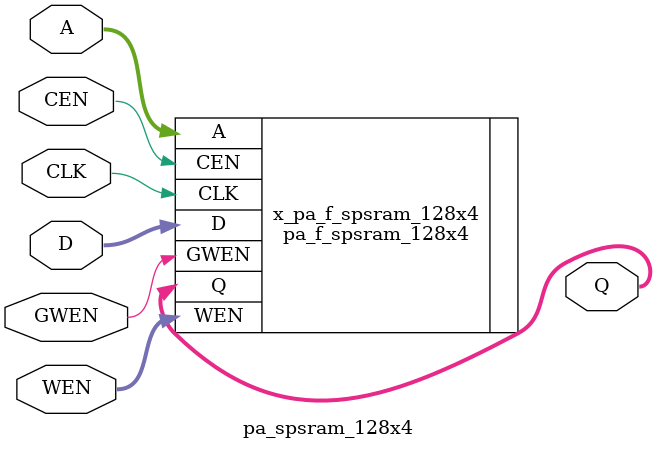
<source format=v>

/*Copyright 2020-2021 T-Head Semiconductor Co., Ltd.

Licensed under the Apache License, Version 2.0 (the "License");
you may not use this file except in compliance with the License.
You may obtain a copy of the License at

    http://www.apache.org/licenses/LICENSE-2.0

Unless required by applicable law or agreed to in writing, software
distributed under the License is distributed on an "AS IS" BASIS,
WITHOUT WARRANTIES OR CONDITIONS OF ANY KIND, either express or implied.
See the License for the specific language governing permissions and
limitations under the License.
*/

// &ModuleBeg; @22
module pa_spsram_128x4(
  A,
  CEN,
  CLK,
  D,
  GWEN,
  Q,
  WEN
);

// &Ports; @23
input   [6:0]  A;   
input          CEN; 
input          CLK; 
input   [3:0]  D;   
input          GWEN; 
input   [3:0]  WEN; 
output  [3:0]  Q;   

// &Regs; @24

// &Wires; @25
wire    [6:0]  A;   
wire           CEN; 
wire           CLK; 
wire    [3:0]  D;   
wire           GWEN; 
wire    [3:0]  Q;   
wire    [3:0]  WEN; 


//**********************************************************
//                  Parameter Definition
//**********************************************************
parameter ADDR_WIDTH = 7;
parameter DATA_WIDTH = 4;
parameter WE_WIDTH   = 4;

// &Force("bus","Q",DATA_WIDTH-1,0); @34
// &Force("bus","WEN",WE_WIDTH-1,0); @35
// &Force("bus","A",ADDR_WIDTH-1,0); @36
// &Force("bus","D",DATA_WIDTH-1,0); @37

//  //********************************************************
//  //*                        FPGA memory                   *
//  //********************************************************
//   &Instance("pa_f_spsram_128x4"); @43
pa_f_spsram_128x4  x_pa_f_spsram_128x4 (
  .A    (A   ),
  .CEN  (CEN ),
  .CLK  (CLK ),
  .D    (D   ),
  .GWEN (GWEN),
  .Q    (Q   ),
  .WEN  (WEN )
);

//   &Instance("pa_tsmc_spsram_128x4"); @49

// &ModuleEnd; @65
endmodule



</source>
